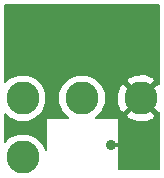
<source format=gbl>
G04 (created by PCBNEW (2013-07-07 BZR 4022)-stable) date 8/5/2015 3:42:45 PM*
%MOIN*%
G04 Gerber Fmt 3.4, Leading zero omitted, Abs format*
%FSLAX34Y34*%
G01*
G70*
G90*
G04 APERTURE LIST*
%ADD10C,0.00590551*%
%ADD11C,0.110236*%
%ADD12C,0.035*%
%ADD13C,0.011811*%
%ADD14C,0.00787402*%
G04 APERTURE END LIST*
G54D10*
G54D11*
X78740Y-57086D03*
X80708Y-57086D03*
X76771Y-57086D03*
X76771Y-59055D03*
G54D12*
X78187Y-54962D03*
X79708Y-58663D03*
X77147Y-54966D03*
X80561Y-59141D03*
G54D13*
X79708Y-58663D02*
X80082Y-58663D01*
X80082Y-58663D02*
X80561Y-59141D01*
X80561Y-59141D02*
X80557Y-59145D01*
G54D10*
G36*
X81302Y-59460D02*
X81191Y-59460D01*
X81191Y-57655D01*
X80708Y-57172D01*
X80622Y-57258D01*
X80622Y-57086D01*
X80139Y-56603D01*
X80022Y-56663D01*
X79912Y-56957D01*
X79924Y-57272D01*
X80022Y-57509D01*
X80139Y-57569D01*
X80622Y-57086D01*
X80622Y-57258D01*
X80225Y-57655D01*
X80285Y-57772D01*
X80579Y-57882D01*
X80894Y-57870D01*
X81132Y-57772D01*
X81191Y-57655D01*
X81191Y-59460D01*
X79968Y-59460D01*
X79968Y-57732D01*
X79207Y-57732D01*
X79407Y-57533D01*
X79527Y-57243D01*
X79527Y-56930D01*
X79408Y-56641D01*
X79186Y-56419D01*
X78897Y-56299D01*
X78584Y-56299D01*
X78294Y-56418D01*
X78073Y-56640D01*
X77952Y-56929D01*
X77952Y-57242D01*
X78072Y-57532D01*
X78272Y-57732D01*
X77528Y-57732D01*
X77528Y-58825D01*
X77439Y-58609D01*
X77218Y-58387D01*
X76928Y-58267D01*
X76615Y-58267D01*
X76326Y-58387D01*
X76179Y-58534D01*
X76179Y-57657D01*
X76179Y-57654D01*
X76179Y-57608D01*
X76325Y-57753D01*
X76614Y-57873D01*
X76927Y-57874D01*
X77217Y-57754D01*
X77438Y-57533D01*
X77558Y-57243D01*
X77559Y-56930D01*
X77439Y-56641D01*
X77218Y-56419D01*
X76928Y-56299D01*
X76615Y-56299D01*
X76326Y-56418D01*
X76179Y-56564D01*
X76179Y-53981D01*
X81302Y-53981D01*
X81302Y-56616D01*
X81277Y-56603D01*
X81191Y-56689D01*
X81191Y-56517D01*
X81132Y-56400D01*
X80837Y-56290D01*
X80523Y-56302D01*
X80285Y-56400D01*
X80225Y-56517D01*
X80708Y-57000D01*
X81191Y-56517D01*
X81191Y-56689D01*
X80794Y-57086D01*
X81277Y-57569D01*
X81302Y-57557D01*
X81302Y-59460D01*
X81302Y-59460D01*
G37*
G54D14*
X81302Y-59460D02*
X81191Y-59460D01*
X81191Y-57655D01*
X80708Y-57172D01*
X80622Y-57258D01*
X80622Y-57086D01*
X80139Y-56603D01*
X80022Y-56663D01*
X79912Y-56957D01*
X79924Y-57272D01*
X80022Y-57509D01*
X80139Y-57569D01*
X80622Y-57086D01*
X80622Y-57258D01*
X80225Y-57655D01*
X80285Y-57772D01*
X80579Y-57882D01*
X80894Y-57870D01*
X81132Y-57772D01*
X81191Y-57655D01*
X81191Y-59460D01*
X79968Y-59460D01*
X79968Y-57732D01*
X79207Y-57732D01*
X79407Y-57533D01*
X79527Y-57243D01*
X79527Y-56930D01*
X79408Y-56641D01*
X79186Y-56419D01*
X78897Y-56299D01*
X78584Y-56299D01*
X78294Y-56418D01*
X78073Y-56640D01*
X77952Y-56929D01*
X77952Y-57242D01*
X78072Y-57532D01*
X78272Y-57732D01*
X77528Y-57732D01*
X77528Y-58825D01*
X77439Y-58609D01*
X77218Y-58387D01*
X76928Y-58267D01*
X76615Y-58267D01*
X76326Y-58387D01*
X76179Y-58534D01*
X76179Y-57657D01*
X76179Y-57654D01*
X76179Y-57608D01*
X76325Y-57753D01*
X76614Y-57873D01*
X76927Y-57874D01*
X77217Y-57754D01*
X77438Y-57533D01*
X77558Y-57243D01*
X77559Y-56930D01*
X77439Y-56641D01*
X77218Y-56419D01*
X76928Y-56299D01*
X76615Y-56299D01*
X76326Y-56418D01*
X76179Y-56564D01*
X76179Y-53981D01*
X81302Y-53981D01*
X81302Y-56616D01*
X81277Y-56603D01*
X81191Y-56689D01*
X81191Y-56517D01*
X81132Y-56400D01*
X80837Y-56290D01*
X80523Y-56302D01*
X80285Y-56400D01*
X80225Y-56517D01*
X80708Y-57000D01*
X81191Y-56517D01*
X81191Y-56689D01*
X80794Y-57086D01*
X81277Y-57569D01*
X81302Y-57557D01*
X81302Y-59460D01*
M02*

</source>
